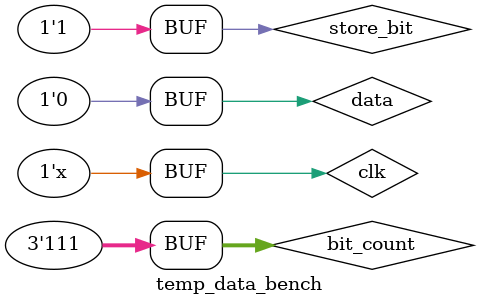
<source format=sv>
`timescale 1ns / 1ps


module temp_data_bench();

	// Inputs
    logic clk = 0;
    logic data = 0;
    logic store_bit = 0;
    logic [2:0] bit_count = 3'b0;
    
    // Outputs
    logic [7:0] data_out;
    
    temp_data U_DUV (.clk, .data, .store_bit, .bit_count, .data_out);

    always
    	#5 clk = ~clk;
    
    initial begin
    	data = 1'b1;
    	store_bit = 1'b1;
    	bit_count = 3'd3;
    	#10;
    	store_bit = 0;
    	#10
    	data = 1'b0;
    	#10
    	bit_count = 3'd7;
    	#50
    	store_bit = 1'b1;
    	
    end
    
endmodule

</source>
